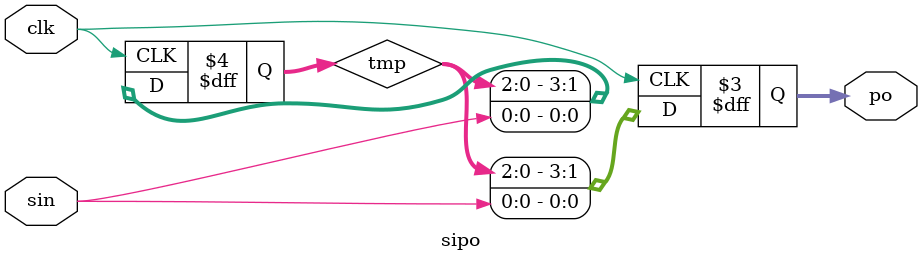
<source format=v>
module sipo(sin,po,clk);
input sin,clk;
output reg [3:0] po;reg [3:0] tmp;
always@(posedge clk)
begin
	tmp=tmp<<1;
	tmp[0]=sin;
	po=tmp;
end
endmodule

</source>
